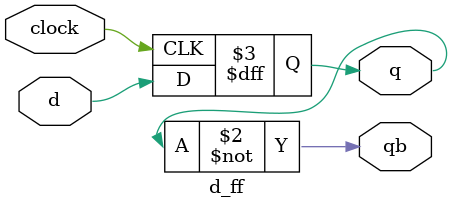
<source format=v>
module buffer(d,clock,q0,q1,q2,q3);
input [0:3]d;
input clock;
output  wire q0,q1,q2,q3;
wire qb0,qb1,qb2,qb3;
d_ff df0(d[0],clock,q0,qb0);
d_ff df1(d[1],clock,q1,qb1);
d_ff df2(d[2],clock,q2,qb2);
d_ff df3(d[3],clock,q3,qb3);
endmodule

module d_ff(d,clock,q,qb);
input d,clock;
output reg q;
output qb;

always@(posedge clock)
begin
q <= d;
end
assign qb = ~q;
endmodule

</source>
